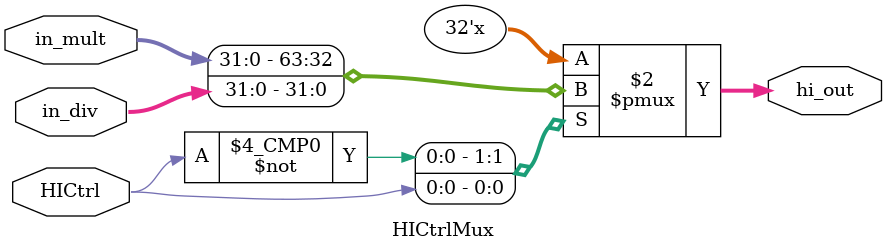
<source format=v>
module HICtrlMux (HICtrl, in_mult, in_div, hi_out);

input HICtrl;
input [31:0] in_mult;
input [31:0] in_div;
output reg [31:0] hi_out;

always @(HICtrl) begin
	
	case (HICtrl)
		0: hi_out <= in_mult;
		1: hi_out <= in_div;
	endcase
end
endmodule
</source>
